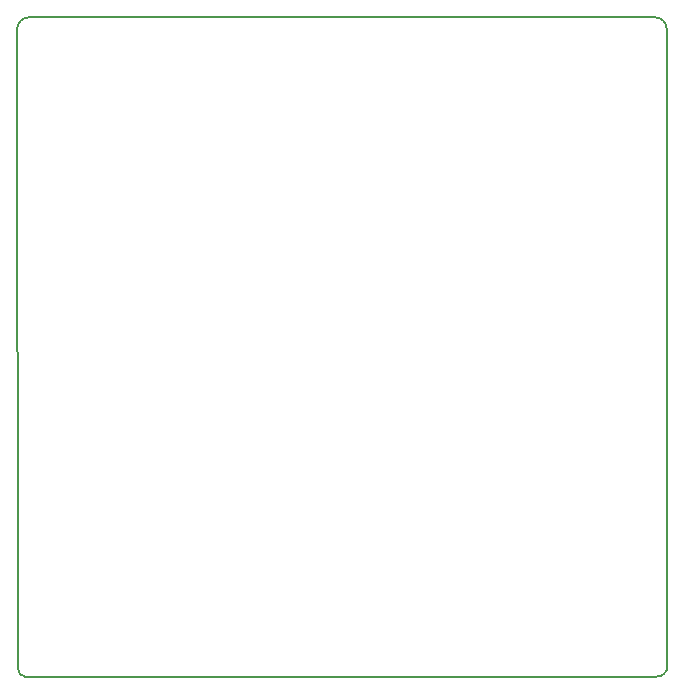
<source format=gm1>
G04 #@! TF.GenerationSoftware,KiCad,Pcbnew,(6.0.0)*
G04 #@! TF.CreationDate,2022-03-22T13:40:09+01:00*
G04 #@! TF.ProjectId,atlas_pipico_v02,61746c61-735f-4706-9970-69636f5f7630,rev?*
G04 #@! TF.SameCoordinates,Original*
G04 #@! TF.FileFunction,Profile,NP*
%FSLAX46Y46*%
G04 Gerber Fmt 4.6, Leading zero omitted, Abs format (unit mm)*
G04 Created by KiCad (PCBNEW (6.0.0)) date 2022-03-22 13:40:09*
%MOMM*%
%LPD*%
G01*
G04 APERTURE LIST*
G04 #@! TA.AperFunction,Profile*
%ADD10C,0.150000*%
G04 #@! TD*
G04 APERTURE END LIST*
D10*
X185102500Y-131826000D02*
X131699000Y-131826000D01*
X132000000Y-76000000D02*
X185000000Y-76000000D01*
X186000000Y-77000000D02*
G75*
G03*
X185000000Y-76000000I-1000003J-3D01*
G01*
X185102500Y-131826000D02*
G75*
G03*
X186055000Y-130937000I61385J888998D01*
G01*
X131064000Y-131191000D02*
G75*
G03*
X131699000Y-131826000I634999J-1D01*
G01*
X132000000Y-76000000D02*
G75*
G03*
X131000000Y-77000000I3J-1000003D01*
G01*
X131000000Y-77000000D02*
X131064000Y-131191000D01*
X186000000Y-77000000D02*
X186055000Y-130937000D01*
M02*

</source>
